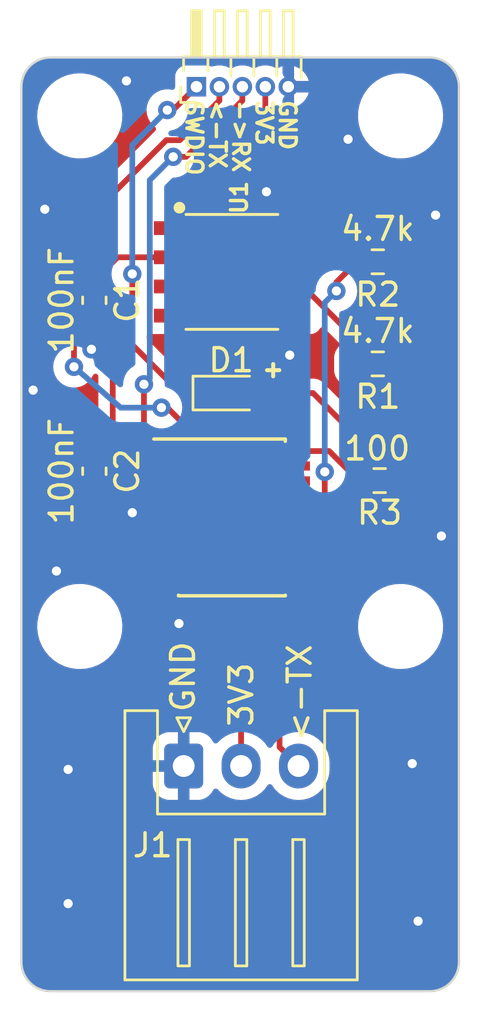
<source format=kicad_pcb>
(kicad_pcb (version 20221018) (generator pcbnew)
  (layers (0 "F.Cu" signal) (31 "B.Cu" signal) (34 "B.Paste" user) (35 "F.Paste" user) (36 "B.SilkS" user "B.Silkscreen") (37 "F.SilkS" user "F.Silkscreen") (38 "B.Mask" user) (39 "F.Mask" user) (44 "Edge.Cuts" user))
  (net 0 "")
  (net 1 "+3V3")
  (net 2 "GND")
  (net 3 "SDA")
  (net 4 "SCL")
  (net 19 "chTX")
  (net 20 "SWDIO")
  (net 21 "chRX")
  (net 22 "Net-(D1-A)")
  (net 23 "Net-(U2-PD3)")
  (footprint "Capacitor_SMD:C_0603_1608Metric_Pad1.08x0.95mm_HandSolder" (layer "F.Cu") (at 159.385 96.9275 -90)
    (fp_text reference "C1" (at 0 -1.43 90) (layer "F.SilkS"))
    (fp_text value "100nF" (at 0 1.43 90) (layer "F.SilkS"))
    (fp_line (start -0.146267 -0.51) (end 0.146267 -0.51) (stroke (width 0.12)) (layer "F.SilkS"))
    (fp_line (start -0.146267 0.51) (end 0.146267 0.51) (stroke (width 0.12)) (layer "F.SilkS"))
    (pad "1" smd roundrect (at -0.8625 0 270) (size 1.075 0.95) (layers "F.Cu" "F.Paste" "F.Mask") (net 1 "+3V3"))
    (pad "2" smd roundrect (at 0.8625 0 270) (size 1.075 0.95) (layers "F.Cu" "F.Paste" "F.Mask") (net 2 "GND"))
  )
  (footprint "X-user:AS5600" (layer "F.Cu") (at 165.375 95.69 -90)
    (fp_text reference "U1" (at -3.2385 -0.3175 90) (layer "F.SilkS") (effects (font (size 0.7 0.7))))
    (fp_text value "AS5600")
    (fp_line (start -2.5 2) (end -2.5 -2) (stroke (width 0.127)) (layer "F.SilkS"))
    (fp_line (start 2.5 -2) (end 2.5 2) (stroke (width 0.127)) (layer "F.SilkS"))
    (fp_circle (center -2.794 2.286) (end -2.54 2.286) (fill solid) (layer "F.SilkS"))
    (pad "1" smd rect (at -1.905 2.7) (size 1.4 0.6) (layers "F.Cu" "F.Paste" "F.Mask") (net 1 "+3V3"))
    (pad "2" smd rect (at -0.635 2.7) (size 1.4 0.6) (layers "F.Cu" "F.Paste" "F.Mask") (net 1 "+3V3"))
    (pad "3" smd rect (at 0.635 2.7) (size 1.4 0.6) (layers "F.Cu" "F.Paste" "F.Mask"))
    (pad "4" smd rect (at 1.905 2.7) (size 1.4 0.6) (layers "F.Cu" "F.Paste" "F.Mask") (net 2 "GND"))
    (pad "5" smd rect (at 1.905 -2.7) (size 1.4 0.6) (layers "F.Cu" "F.Paste" "F.Mask"))
    (pad "6" smd rect (at 0.635 -2.7) (size 1.4 0.6) (layers "F.Cu" "F.Paste" "F.Mask") (net 3 "SDA"))
    (pad "7" smd rect (at -0.635 -2.7) (size 1.4 0.6) (layers "F.Cu" "F.Paste" "F.Mask") (net 4 "SCL"))
    (pad "8" smd rect (at -1.905 -2.7) (size 1.4 0.6) (layers "F.Cu" "F.Paste" "F.Mask") (net 2 "GND"))
  )
  (footprint "Resistor_SMD:R_0603_1608Metric_Pad0.98x0.95mm_HandSolder" (layer "F.Cu") (at 171.7275 95.25 180)
    (fp_text reference "R2" (at 0 -1.43) (layer "F.SilkS"))
    (fp_text value "4.7k" (at 0 1.43) (layer "F.SilkS"))
    (fp_line (start -0.254724 -0.5225) (end 0.254724 -0.5225) (stroke (width 0.12)) (layer "F.SilkS"))
    (fp_line (start -0.254724 0.5225) (end 0.254724 0.5225) (stroke (width 0.12)) (layer "F.SilkS"))
    (pad "1" smd roundrect (at -0.9125 0 180) (size 0.975 0.95) (layers "F.Cu" "F.Paste" "F.Mask") (net 1 "+3V3"))
    (pad "2" smd roundrect (at 0.9125 0 180) (size 0.975 0.95) (layers "F.Cu" "F.Paste" "F.Mask") (net 4 "SCL"))
  )
  (footprint "Package_SO:SSOP-20_4.4x6.5mm_P0.65mm" (layer "F.Cu") (at 165.375 106.415)
    (fp_text reference "U2" hide)
    (fp_text value "~")
    (fp_line (start -3.4 -3.45) (end 2.325 -3.45) (stroke (width 0.15)) (layer "F.SilkS"))
    (fp_line (start -2.325 3.375) (end -2.325 3.35) (stroke (width 0.15)) (layer "F.SilkS"))
    (fp_line (start -2.325 3.375) (end 2.325 3.375) (stroke (width 0.15)) (layer "F.SilkS"))
    (fp_line (start 2.325 -3.45) (end 2.325 -3.35) (stroke (width 0.15)) (layer "F.SilkS"))
    (fp_line (start 2.325 3.375) (end 2.325 3.35) (stroke (width 0.15)) (layer "F.SilkS"))
    (pad "1" smd rect (at -2.9 -2.925) (size 1 0.4) (layers "F.Cu" "F.Paste" "F.Mask"))
    (pad "2" smd rect (at -2.9 -2.275) (size 1 0.4) (layers "F.Cu" "F.Paste" "F.Mask") (net 19 "chTX"))
    (pad "3" smd rect (at -2.9 -1.625) (size 1 0.4) (layers "F.Cu" "F.Paste" "F.Mask") (net 21 "chRX"))
    (pad "4" smd rect (at -2.9 -0.975) (size 1 0.4) (layers "F.Cu" "F.Paste" "F.Mask"))
    (pad "5" smd rect (at -2.9 -0.325) (size 1 0.4) (layers "F.Cu" "F.Paste" "F.Mask"))
    (pad "6" smd rect (at -2.9 0.325) (size 1 0.4) (layers "F.Cu" "F.Paste" "F.Mask"))
    (pad "7" smd rect (at -2.9 0.975) (size 1 0.4) (layers "F.Cu" "F.Paste" "F.Mask") (net 2 "GND"))
    (pad "8" smd rect (at -2.9 1.625) (size 1 0.4) (layers "F.Cu" "F.Paste" "F.Mask"))
    (pad "9" smd rect (at -2.9 2.275) (size 1 0.4) (layers "F.Cu" "F.Paste" "F.Mask") (net 1 "+3V3"))
    (pad "10" smd rect (at -2.9 2.925) (size 1 0.4) (layers "F.Cu" "F.Paste" "F.Mask"))
    (pad "11" smd rect (at 2.9 2.925) (size 1 0.4) (layers "F.Cu" "F.Paste" "F.Mask") (net 3 "SDA"))
    (pad "12" smd rect (at 2.9 2.275) (size 1 0.4) (layers "F.Cu" "F.Paste" "F.Mask") (net 4 "SCL"))
    (pad "13" smd rect (at 2.9 1.625) (size 1 0.4) (layers "F.Cu" "F.Paste" "F.Mask"))
    (pad "14" smd rect (at 2.9 0.975) (size 1 0.4) (layers "F.Cu" "F.Paste" "F.Mask"))
    (pad "15" smd rect (at 2.9 0.325) (size 1 0.4) (layers "F.Cu" "F.Paste" "F.Mask"))
    (pad "16" smd rect (at 2.9 -0.325) (size 1 0.4) (layers "F.Cu" "F.Paste" "F.Mask"))
    (pad "17" smd rect (at 2.9 -0.975) (size 1 0.4) (layers "F.Cu" "F.Paste" "F.Mask"))
    (pad "18" smd rect (at 2.9 -1.625) (size 1 0.4) (layers "F.Cu" "F.Paste" "F.Mask") (net 20 "SWDIO"))
    (pad "19" smd rect (at 2.9 -2.275) (size 1 0.4) (layers "F.Cu" "F.Paste" "F.Mask"))
    (pad "20" smd rect (at 2.9 -2.925) (size 1 0.4) (layers "F.Cu" "F.Paste" "F.Mask") (net 23 "Net-(U2-PD3)"))
  )
  (footprint "Capacitor_SMD:C_0603_1608Metric_Pad1.08x0.95mm_HandSolder" (layer "F.Cu") (at 159.385 104.3675 -90)
    (fp_text reference "C2" (at 0 -1.43 90) (layer "F.SilkS"))
    (fp_text value "100nF" (at 0 1.43 90) (layer "F.SilkS"))
    (fp_line (start -0.146267 -0.51) (end 0.146267 -0.51) (stroke (width 0.12)) (layer "F.SilkS"))
    (fp_line (start -0.146267 0.51) (end 0.146267 0.51) (stroke (width 0.12)) (layer "F.SilkS"))
    (pad "1" smd roundrect (at -0.8625 0 270) (size 1.075 0.95) (layers "F.Cu" "F.Paste" "F.Mask") (net 2 "GND"))
    (pad "2" smd roundrect (at 0.8625 0 270) (size 1.075 0.95) (layers "F.Cu" "F.Paste" "F.Mask") (net 1 "+3V3"))
  )
  (footprint "Connector_PinHeader_1.00mm:PinHeader_1x05_P1.00mm_Horizontal" (layer "F.Cu") (at 163.83 87.63 90)
    (fp_text reference "J3" hide)
    (fp_text value "Conn_01x05_Socket" hide)
    (fp_line (start -0.685 -0.685) (end 0 -0.685) (stroke (width 0.12)) (layer "F.SilkS"))
    (fp_line (start -0.685 0) (end -0.685 -0.685) (stroke (width 0.12)) (layer "F.SilkS"))
    (fp_line (start 0.468215 1.5) (end 1.31 1.5) (stroke (width 0.12)) (layer "F.SilkS"))
    (fp_line (start 0.468215 2.5) (end 1.31 2.5) (stroke (width 0.12)) (layer "F.SilkS"))
    (fp_line (start 0.468215 3.5) (end 1.31 3.5) (stroke (width 0.12)) (layer "F.SilkS"))
    (fp_line (start 0.685 -0.56) (end 1.31 -0.56) (stroke (width 0.12)) (layer "F.SilkS"))
    (fp_line (start 0.685 0.5) (end 1.31 0.5) (stroke (width 0.12)) (layer "F.SilkS"))
    (fp_line (start 1.31 -0.56) (end 1.31 4.56) (stroke (width 0.12)) (layer "F.SilkS"))
    (fp_line (start 1.31 -0.21) (end 3.31 -0.21) (stroke (width 0.12)) (layer "F.SilkS"))
    (fp_line (start 1.31 -0.15) (end 3.31 -0.15) (stroke (width 0.12)) (layer "F.SilkS"))
    (fp_line (start 1.31 -0.03) (end 3.31 -0.03) (stroke (width 0.12)) (layer "F.SilkS"))
    (fp_line (start 1.31 0.09) (end 3.31 0.09) (stroke (width 0.12)) (layer "F.SilkS"))
    (fp_line (start 1.31 0.79) (end 3.31 0.79) (stroke (width 0.12)) (layer "F.SilkS"))
    (fp_line (start 1.31 1.79) (end 3.31 1.79) (stroke (width 0.12)) (layer "F.SilkS"))
    (fp_line (start 1.31 2.79) (end 3.31 2.79) (stroke (width 0.12)) (layer "F.SilkS"))
    (fp_line (start 1.31 3.79) (end 3.31 3.79) (stroke (width 0.12)) (layer "F.SilkS"))
    (fp_line (start 1.31 4.56) (end 0.394493 4.56) (stroke (width 0.12)) (layer "F.SilkS"))
    (fp_line (start 3.31 -0.21) (end 3.31 0.21) (stroke (width 0.12)) (layer "F.SilkS"))
    (fp_line (start 3.31 0.21) (end 1.31 0.21) (stroke (width 0.12)) (layer "F.SilkS"))
    (fp_line (start 3.31 0.79) (end 3.31 1.21) (stroke (width 0.12)) (layer "F.SilkS"))
    (fp_line (start 3.31 1.21) (end 1.31 1.21) (stroke (width 0.12)) (layer "F.SilkS"))
    (fp_line (start 3.31 1.79) (end 3.31 2.21) (stroke (width 0.12)) (layer "F.SilkS"))
    (fp_line (start 3.31 2.21) (end 1.31 2.21) (stroke (width 0.12)) (layer "F.SilkS"))
    (fp_line (start 3.31 2.79) (end 3.31 3.21) (stroke (width 0.12)) (layer "F.SilkS"))
    (fp_line (start 3.31 3.21) (end 1.31 3.21) (stroke (width 0.12)) (layer "F.SilkS"))
    (fp_line (start 3.31 3.79) (end 3.31 4.21) (stroke (width 0.12)) (layer "F.SilkS"))
    (fp_line (start 3.31 4.21) (end 1.31 4.21) (stroke (width 0.12)) (layer "F.SilkS"))
    (pad "1" thru_hole rect (at 0 0 90) (size 0.85 0.85) (drill 0.5) (layers "*.Cu" "*.Mask") (net 20 "SWDIO"))
    (pad "2" thru_hole oval (at 0 1 90) (size 0.85 0.85) (drill 0.5) (layers "*.Cu" "*.Mask") (net 19 "chTX"))
    (pad "3" thru_hole oval (at 0 2 90) (size 0.85 0.85) (drill 0.5) (layers "*.Cu" "*.Mask") (net 21 "chRX"))
    (pad "4" thru_hole oval (at 0 3 90) (size 0.85 0.85) (drill 0.5) (layers "*.Cu" "*.Mask") (net 1 "+3V3"))
    (pad "5" thru_hole oval (at 0 4 90) (size 0.85 0.85) (drill 0.5) (layers "*.Cu" "*.Mask") (net 2 "GND"))
  )
  (footprint "MountingHole:MountingHole_3.2mm_M3" (layer "F.Cu") (at 172.72 88.9)
    (fp_text reference "REF**" hide)
    (fp_text value "MountingHole_3.2mm_M3" hide)
    (pad "" np_thru_hole circle (at 0 0) (size 3.2 3.2) (drill 3.2) (layers "*.Cu" "*.Mask"))
  )
  (footprint "MountingHole:MountingHole_3.2mm_M3" (layer "F.Cu") (at 158.75 111.125)
    (fp_text reference "REF**" hide)
    (fp_text value "MountingHole_3.2mm_M3" hide)
    (pad "" np_thru_hole circle (at 0 0) (size 3.2 3.2) (drill 3.2) (layers "F&B.Cu" "*.Mask"))
  )
  (footprint "Connector_JST:JST_XH_S3B-XH-A_1x03_P2.50mm_Horizontal" (layer "F.Cu") (at 163.275 117.2)
    (fp_text reference "J1" (at -1.35 3.45) (layer "F.SilkS"))
    (fp_text value "Conn_01x03_Pin")
    (fp_line (start -2.56 -2.41) (end -1.14 -2.41) (stroke (width 0.12)) (layer "F.SilkS"))
    (fp_line (start -2.56 9.31) (end -2.56 -2.41) (stroke (width 0.12)) (layer "F.SilkS"))
    (fp_line (start -1.14 -2.41) (end -1.14 2.09) (stroke (width 0.12)) (layer "F.SilkS"))
    (fp_line (start -1.14 2.09) (end 2.5 2.09) (stroke (width 0.12)) (layer "F.SilkS"))
    (fp_line (start -0.3 -2.1) (end 0.3 -2.1) (stroke (width 0.12)) (layer "F.SilkS"))
    (fp_line (start -0.25 3.2) (end -0.25 8.7) (stroke (width 0.12)) (layer "F.SilkS"))
    (fp_line (start -0.25 8.7) (end 0.25 8.7) (stroke (width 0.12)) (layer "F.SilkS"))
    (fp_line (start 0 -1.5) (end -0.3 -2.1) (stroke (width 0.12)) (layer "F.SilkS"))
    (fp_line (start 0.25 3.2) (end -0.25 3.2) (stroke (width 0.12)) (layer "F.SilkS"))
    (fp_line (start 0.25 8.7) (end 0.25 3.2) (stroke (width 0.12)) (layer "F.SilkS"))
    (fp_line (start 0.3 -2.1) (end 0 -1.5) (stroke (width 0.12)) (layer "F.SilkS"))
    (fp_line (start 2.25 3.2) (end 2.25 8.7) (stroke (width 0.12)) (layer "F.SilkS"))
    (fp_line (start 2.25 8.7) (end 2.75 8.7) (stroke (width 0.12)) (layer "F.SilkS"))
    (fp_line (start 2.5 9.31) (end -2.56 9.31) (stroke (width 0.12)) (layer "F.SilkS"))
    (fp_line (start 2.5 9.31) (end 7.56 9.31) (stroke (width 0.12)) (layer "F.SilkS"))
    (fp_line (start 2.75 3.2) (end 2.25 3.2) (stroke (width 0.12)) (layer "F.SilkS"))
    (fp_line (start 2.75 8.7) (end 2.75 3.2) (stroke (width 0.12)) (layer "F.SilkS"))
    (fp_line (start 4.75 3.2) (end 4.75 8.7) (stroke (width 0.12)) (layer "F.SilkS"))
    (fp_line (start 4.75 8.7) (end 5.25 8.7) (stroke (width 0.12)) (layer "F.SilkS"))
    (fp_line (start 5.25 3.2) (end 4.75 3.2) (stroke (width 0.12)) (layer "F.SilkS"))
    (fp_line (start 5.25 8.7) (end 5.25 3.2) (stroke (width 0.12)) (layer "F.SilkS"))
    (fp_line (start 6.14 -2.41) (end 6.14 2.09) (stroke (width 0.12)) (layer "F.SilkS"))
    (fp_line (start 6.14 2.09) (end 2.5 2.09) (stroke (width 0.12)) (layer "F.SilkS"))
    (fp_line (start 7.56 -2.41) (end 6.14 -2.41) (stroke (width 0.12)) (layer "F.SilkS"))
    (fp_line (start 7.56 9.31) (end 7.56 -2.41) (stroke (width 0.12)) (layer "F.SilkS"))
    (pad "1" thru_hole roundrect (at 0 0) (size 1.7 1.95) (drill 0.95) (layers "*.Cu" "*.Mask") (roundrect_rratio 0.147059) (net 2 "GND"))
    (pad "2" thru_hole oval (at 2.5 0) (size 1.7 1.95) (drill 0.95) (layers "*.Cu" "*.Mask") (net 1 "+3V3"))
    (pad "3" thru_hole oval (at 5 0) (size 1.7 1.95) (drill 0.95) (layers "*.Cu" "*.Mask") (net 19 "chTX"))
  )
  (footprint "MountingHole:MountingHole_3.2mm_M3" (layer "F.Cu") (at 172.72 111.125)
    (fp_text reference "REF**" hide)
    (fp_text value "MountingHole_3.2mm_M3" hide)
    (pad "" np_thru_hole circle (at 0 0) (size 3.2 3.2) (drill 3.2) (layers "F&B.Cu" "*.Mask"))
  )
  (footprint "MountingHole:MountingHole_3.2mm_M3" (layer "F.Cu") (at 158.75 88.9)
    (fp_text reference "REF**" hide)
    (fp_text value "MountingHole_3.2mm_M3" hide)
    (pad "" np_thru_hole circle (at 0 0) (size 3.2 3.2) (drill 3.2) (layers "F&B.Cu" "*.Mask"))
  )
  (footprint "Resistor_SMD:R_0603_1608Metric_Pad0.98x0.95mm_HandSolder" (layer "F.Cu") (at 171.7275 99.695 180)
    (fp_text reference "R1" (at 0 -1.43) (layer "F.SilkS"))
    (fp_text value "4.7k" (at 0 1.43) (layer "F.SilkS"))
    (fp_line (start -0.254724 -0.5225) (end 0.254724 -0.5225) (stroke (width 0.12)) (layer "F.SilkS"))
    (fp_line (start -0.254724 0.5225) (end 0.254724 0.5225) (stroke (width 0.12)) (layer "F.SilkS"))
    (pad "1" smd roundrect (at -0.9125 0 180) (size 0.975 0.95) (layers "F.Cu" "F.Paste" "F.Mask") (net 1 "+3V3"))
    (pad "2" smd roundrect (at 0.9125 0 180) (size 0.975 0.95) (layers "F.Cu" "F.Paste" "F.Mask") (net 3 "SDA"))
  )
  (footprint "Diode_SMD:D_0603_1608Metric_Pad1.05x0.95mm_HandSolder" (layer "F.Cu") (at 165.34 100.965)
    (fp_text reference "D1" (at 0 -1.43) (layer "F.SilkS"))
    (fp_text value "Red" hide)
    (fp_line (start -1.66 -0.735) (end -1.66 0.735) (stroke (width 0.12)) (layer "F.SilkS"))
    (fp_line (start -1.66 0.735) (end 0.8 0.735) (stroke (width 0.12)) (layer "F.SilkS"))
    (fp_line (start 0.8 -0.735) (end -1.66 -0.735) (stroke (width 0.12)) (layer "F.SilkS"))
    (pad "1" smd roundrect (at -0.875 0) (size 1.05 0.95) (layers "F.Cu" "F.Paste" "F.Mask") (net 2 "GND"))
    (pad "2" smd roundrect (at 0.875 0) (size 1.05 0.95) (layers "F.Cu" "F.Paste" "F.Mask") (net 22 "Net-(D1-A)"))
  )
  (footprint "Resistor_SMD:R_0603_1608Metric_Pad0.98x0.95mm_HandSolder" (layer "F.Cu") (at 171.8075 104.775)
    (fp_text reference "R3" (at 0 1.397) (layer "F.SilkS"))
    (fp_text value "100" (at -0.1035 -1.397) (layer "F.SilkS"))
    (fp_line (start -0.254724 -0.5225) (end 0.254724 -0.5225) (stroke (width 0.12)) (layer "F.SilkS"))
    (fp_line (start -0.254724 0.5225) (end 0.254724 0.5225) (stroke (width 0.12)) (layer "F.SilkS"))
    (pad "1" smd roundrect (at -0.9125 0) (size 0.975 0.95) (layers "F.Cu" "F.Paste" "F.Mask") (net 23 "Net-(U2-PD3)"))
    (pad "2" smd roundrect (at 0.9125 0) (size 0.975 0.95) (layers "F.Cu" "F.Paste" "F.Mask") (net 22 "Net-(D1-A)"))
  )
  (gr_line (start 156.21 87.63) (end 156.21 125.73) (stroke (width 0.1)) (layer "Edge.Cuts"))
  (gr_arc (start 175.26 125.73) (mid 174.888026 126.628026) (end 173.99 127) (stroke (width 0.1)) (layer "Edge.Cuts"))
  (gr_arc (start 157.48 127) (mid 156.581974 126.628026) (end 156.21 125.73) (stroke (width 0.1)) (layer "Edge.Cuts"))
  (gr_line (start 175.26 125.73) (end 175.26 87.63) (stroke (width 0.1)) (layer "Edge.Cuts"))
  (gr_arc (start 156.21 87.63) (mid 156.581974 86.731974) (end 157.48 86.36) (stroke (width 0.1)) (layer "Edge.Cuts"))
  (gr_line (start 173.99 86.36) (end 157.48 86.36) (stroke (width 0.1)) (layer "Edge.Cuts"))
  (gr_arc (start 173.99 86.36) (mid 174.888026 86.731974) (end 175.26 87.63) (stroke (width 0.1)) (layer "Edge.Cuts"))
  (gr_line (start 157.48 127) (end 173.99 127) (stroke (width 0.1)) (layer "Edge.Cuts"))
  (gr_text "GND" (at 167.386 88.138 270) (layer "F.SilkS") (effects (font (size 0.7 0.7)) (justify left bottom)))
  (gr_text "GND" (at 163.83 114.935 90) (layer "F.SilkS") (effects (font (size 1 1)) (justify left bottom)))
  (gr_text "SWDIO" (at 163.322 88.138 270) (layer "F.SilkS") (effects (font (size 0.7 0.7)) (justify left bottom)))
  (gr_text "+" (at 166.624 100.33) (layer "F.SilkS") (effects (font (size 0.7 0.7) (thickness 0.175) bold) (justify left bottom)))
  (gr_text "3V3" (at 166.37 88.138 270) (layer "F.SilkS") (effects (font (size 0.7 0.7)) (justify left bottom)))
  (gr_text "3V3" (at 166.37 115.57 90) (layer "F.SilkS") (effects (font (size 1 1)) (justify left bottom)))
  (gr_text "->RX" (at 165.354 88.138 270) (layer "F.SilkS") (effects (font (size 0.7 0.7)) (justify left bottom)))
  (gr_text "<-TX" (at 164.338 88.138 270) (layer "F.SilkS") (effects (font (size 0.7 0.7)) (justify left bottom)))
  (gr_text "<-TX" (at 168.91 116.205 90) (layer "F.SilkS") (effects (font (size 1 1)) (justify left bottom)))
  (segment (start 166.83 89.408) (end 166.83 89.63) (width 0.25) (layer "F.Cu") (net 1))
  (segment (start 166.83 89.63) (end 162.675 93.785) (width 0.25) (layer "F.Cu") (net 1))
  (segment (start 162.675 95.055) (end 160.395 95.055) (width 0.25) (layer "F.Cu") (net 1))
  (segment (start 162.475 108.69) (end 161.725 108.69) (width 0.25) (layer "F.Cu") (net 1))
  (segment (start 160.185 104.43) (end 160.185 96.865) (width 0.25) (layer "F.Cu") (net 1))
  (segment (start 172.64 99.695) (end 172.64 95.25) (width 0.25) (layer "F.Cu") (net 1))
  (segment (start 166.83 89.408) (end 172.64 95.218) (width 0.25) (layer "F.Cu") (net 1))
  (segment (start 159.385 106.35) (end 159.385 105.23) (width 0.25) (layer "F.Cu") (net 1))
  (segment (start 165.775 117.2) (end 165.775 111.24) (width 0.25) (layer "F.Cu") (net 1))
  (segment (start 172.64 95.218) (end 172.64 95.25) (width 0.25) (layer "F.Cu") (net 1))
  (segment (start 166.83 89.408) (end 166.83 87.63) (width 0.25) (layer "F.Cu") (net 1))
  (segment (start 161.725 108.69) (end 159.385 106.35) (width 0.25) (layer "F.Cu") (net 1))
  (segment (start 160.395 95.055) (end 159.385 96.065) (width 0.25) (layer "F.Cu") (net 1))
  (segment (start 159.385 105.23) (end 160.185 104.43) (width 0.25) (layer "F.Cu") (net 1))
  (segment (start 162.675 93.785) (end 162.675 95.055) (width 0.25) (layer "F.Cu") (net 1))
  (segment (start 165.775 111.24) (end 163.225 108.69) (width 0.25) (layer "F.Cu") (net 1))
  (segment (start 160.185 96.865) (end 159.385 96.065) (width 0.25) (layer "F.Cu") (net 1))
  (segment (start 163.225 108.69) (end 162.475 108.69) (width 0.25) (layer "F.Cu") (net 1))
  (segment (start 161.725 107.39) (end 161.036 106.701) (width 0.25) (layer "F.Cu") (net 2))
  (segment (start 162.475 107.39) (end 161.725 107.39) (width 0.25) (layer "F.Cu") (net 2))
  (segment (start 161.036 106.701) (end 161.036 106.172) (width 0.25) (layer "F.Cu") (net 2))
  (via (at 159.258 99.06) (size 0.8) (drill 0.4) (layers "F.Cu" "B.Cu") (net 2))
  (via (at 163.068 110.998) (size 0.8) (drill 0.4) (layers "F.Cu" "B.Cu") (net 2))
  (via (at 158.242 117.348) (size 0.8) (drill 0.4) (layers "F.Cu" "B.Cu") (net 2))
  (via (at 156.718 100.838) (size 0.8) (drill 0.4) (layers "F.Cu" "B.Cu") (net 2))
  (via (at 174.498 107.188) (size 0.8) (drill 0.4) (layers "F.Cu" "B.Cu") (net 2))
  (via (at 166.878 92.202) (size 0.8) (drill 0.4) (layers "F.Cu" "B.Cu") (net 2))
  (via (at 157.734 108.712) (size 0.8) (drill 0.4) (layers "F.Cu" "B.Cu") (net 2))
  (via (at 170.434 89.916) (size 0.8) (drill 0.4) (layers "F.Cu" "B.Cu") (net 2))
  (via (at 174.244 93.218) (size 0.8) (drill 0.4) (layers "F.Cu" "B.Cu") (net 2))
  (via (at 158.242 123.19) (size 0.8) (drill 0.4) (layers "F.Cu" "B.Cu") (net 2))
  (via (at 173.482 123.952) (size 0.8) (drill 0.4) (layers "F.Cu" "B.Cu") (net 2))
  (via (at 157.226 92.964) (size 0.8) (drill 0.4) (layers "F.Cu" "B.Cu") (net 2))
  (via (at 167.894 99.314) (size 0.8) (drill 0.4) (layers "F.Cu" "B.Cu") (net 2))
  (via (at 173.228 117.094) (size 0.8) (drill 0.4) (layers "F.Cu" "B.Cu") (net 2))
  (via (at 161.036 106.172) (size 0.8) (drill 0.4) (layers "F.Cu" "B.Cu") (net 2))
  (via (at 160.782 87.376) (size 0.8) (drill 0.4) (layers "F.Cu" "B.Cu") (net 2))
  (segment (start 170.815 98.665) (end 170.815 99.695) (width 0.25) (layer "F.Cu") (net 3))
  (segment (start 168.475 96.325) (end 170.815 98.665) (width 0.25) (layer "F.Cu") (net 3))
  (segment (start 168.275 109.34) (end 169.444576 109.34) (width 0.25) (layer "F.Cu") (net 3))
  (segment (start 173.5325 102.4125) (end 170.815 99.695) (width 0.25) (layer "F.Cu") (net 3))
  (segment (start 169.444576 109.34) (end 173.5325 105.252076) (width 0.25) (layer "F.Cu") (net 3))
  (segment (start 173.5325 105.252076) (end 173.5325 102.4125) (width 0.25) (layer "F.Cu") (net 3))
  (segment (start 168.075 96.325) (end 168.475 96.325) (width 0.25) (layer "F.Cu") (net 3))
  (segment (start 169.926 96.52) (end 169.926 96.139) (width 0.25) (layer "F.Cu") (net 4))
  (segment (start 170.62 95.055) (end 170.815 95.25) (width 0.25) (layer "F.Cu") (net 4))
  (segment (start 168.075 95.055) (end 170.62 95.055) (width 0.25) (layer "F.Cu") (net 4))
  (segment (start 169.025 108.69) (end 169.418 108.297) (width 0.25) (layer "F.Cu") (net 4))
  (segment (start 168.275 108.69) (end 169.025 108.69) (width 0.25) (layer "F.Cu") (net 4))
  (segment (start 169.418 108.297) (end 169.418 104.394) (width 0.25) (layer "F.Cu") (net 4))
  (segment (start 169.926 96.139) (end 170.815 95.25) (width 0.25) (layer "F.Cu") (net 4))
  (via (at 169.926 96.52) (size 0.8) (drill 0.4) (layers "F.Cu" "B.Cu") (net 4))
  (via (at 169.418 104.394) (size 0.8) (drill 0.4) (layers "F.Cu" "B.Cu") (net 4))
  (segment (start 169.418 104.394) (end 169.418 97.028) (width 0.25) (layer "B.Cu") (net 4))
  (segment (start 169.418 97.028) (end 169.926 96.52) (width 0.25) (layer "B.Cu") (net 4))
  (segment (start 163.103741 89.957299) (end 162.518701 89.957299) (width 0.25) (layer "F.Cu") (net 19))
  (segment (start 158.496 98.298) (end 158.585 93.891) (width 0.25) (layer "F.Cu") (net 19))
  (segment (start 164.2895 105.2045) (end 164.084 104.999) (width 0.25) (layer "F.Cu") (net 19))
  (segment (start 162.56 101.6) (end 162.306 101.6) (width 0.25) (layer "F.Cu") (net 19))
  (segment (start 164.83 87.63) (end 164.83 88.23104) (width 0.25) (layer "F.Cu") (net 19))
  (segment (start 164.084 103.124) (end 162.56 101.6) (width 0.25) (layer "F.Cu") (net 19))
  (segment (start 162.518701 89.957299) (end 158.585 93.891) (width 0.25) (layer "F.Cu") (net 19))
  (segment (start 158.496 99.822) (end 158.496 98.298) (width 0.25) (layer "F.Cu") (net 19))
  (segment (start 162.475 104.14) (end 163.225 104.14) (width 0.25) (layer "F.Cu") (net 19))
  (segment (start 164.084 104.999) (end 164.084 103.124) (width 0.25) (layer "F.Cu") (net 19))
  (segment (start 164.2895 105.2045) (end 167.45 108.365) (width 0.25) (layer "F.Cu") (net 19))
  (segment (start 164.83 88.23104) (end 163.103741 89.957299) (width 0.25) (layer "F.Cu") (net 19))
  (segment (start 167.45 116.375) (end 168.275 117.2) (width 0.25) (layer "F.Cu") (net 19))
  (segment (start 163.225 104.14) (end 164.2895 105.2045) (width 0.25) (layer "F.Cu") (net 19))
  (segment (start 167.45 108.365) (end 167.45 116.375) (width 0.25) (layer "F.Cu") (net 19))
  (via (at 158.496 99.822) (size 0.8) (drill 0.4) (layers "F.Cu" "B.Cu") (net 19))
  (via (at 162.306 101.6) (size 0.8) (drill 0.4) (layers "F.Cu" "B.Cu") (net 19))
  (segment (start 160.528 101.6) (end 162.306 101.6) (width 0.25) (layer "B.Cu") (net 19))
  (segment (start 158.496 99.822) (end 160.528 101.6) (width 0.25) (layer "B.Cu") (net 19))
  (segment (start 168.275 104.79) (end 166.962924 104.79) (width 0.25) (layer "F.Cu") (net 20))
  (segment (start 162.814 88.646) (end 163.83 87.63) (width 0.25) (layer "F.Cu") (net 20))
  (segment (start 161.036 98.863076) (end 161.036 95.7795) (width 0.25) (layer "F.Cu") (net 20))
  (segment (start 162.56 88.646) (end 162.814 88.646) (width 0.25) (layer "F.Cu") (net 20))
  (segment (start 162.56 88.646) (end 162.56 88.37) (width 0.25) (layer "F.Cu") (net 20))
  (segment (start 166.962924 104.79) (end 161.036 98.863076) (width 0.25) (layer "F.Cu") (net 20))
  (via (at 162.56 88.646) (size 0.8) (drill 0.4) (layers "F.Cu" "B.Cu") (net 20))
  (via (at 161.036 95.7795) (size 0.8) (drill 0.4) (layers "F.Cu" "B.Cu") (net 20))
  (segment (start 161.036 90.17) (end 162.56 88.646) (width 0.25) (layer "B.Cu") (net 20))
  (segment (start 161.036 95.7795) (end 161.036 90.17) (width 0.25) (layer "B.Cu") (net 20))
  (segment (start 165.83 87.63) (end 165.83 88.23104) (width 0.25) (layer "F.Cu") (net 21))
  (segment (start 163.378741 90.682299) (end 162.818299 90.682299) (width 0.25) (layer "F.Cu") (net 21))
  (segment (start 161.544 104.411) (end 161.544 100.584) (width 0.25) (layer "F.Cu") (net 21))
  (segment (start 161.923 104.79) (end 161.544 104.411) (width 0.25) (layer "F.Cu") (net 21))
  (segment (start 162.475 104.79) (end 161.923 104.79) (width 0.25) (layer "F.Cu") (net 21))
  (segment (start 165.83 88.23104) (end 163.378741 90.682299) (width 0.25) (layer "F.Cu") (net 21))
  (via (at 161.544 100.584) (size 0.8) (drill 0.4) (layers "F.Cu" "B.Cu") (net 21))
  (via (at 162.818299 90.682299) (size 0.8) (drill 0.4) (layers "F.Cu" "B.Cu") (net 21))
  (segment (start 161.798 91.694) (end 162.809701 90.682299) (width 0.25) (layer "B.Cu") (net 21))
  (segment (start 161.544 100.584) (end 161.798 100.33) (width 0.25) (layer "B.Cu") (net 21))
  (segment (start 162.809701 90.682299) (end 162.818299 90.682299) (width 0.25) (layer "B.Cu") (net 21))
  (segment (start 161.798 100.33) (end 161.798 91.694) (width 0.25) (layer "B.Cu") (net 21))
  (segment (start 168.91 100.965) (end 172.72 104.775) (width 0.25) (layer "F.Cu") (net 22))
  (segment (start 166.215 100.965) (end 168.91 100.965) (width 0.25) (layer "F.Cu") (net 22))
  (segment (start 170.895 104.775) (end 169.61 103.49) (width 0.25) (layer "F.Cu") (net 23))
  (segment (start 169.61 103.49) (end 168.275 103.49) (width 0.25) (layer "F.Cu") (net 23))
  (zone (net 2) (net_name "GND") (layers "F&B.Cu") (connect_pads (clearance 0.5)) (min_thickness 0.25) (fill yes (thermal_gap 0.5) (thermal_bridge_width 0.5))
    (polygon (pts (xy 156.21 86.36) (xy 156.21 127) (xy 175.26 127) (xy 175.26 86.36)))
  )
)
</source>
